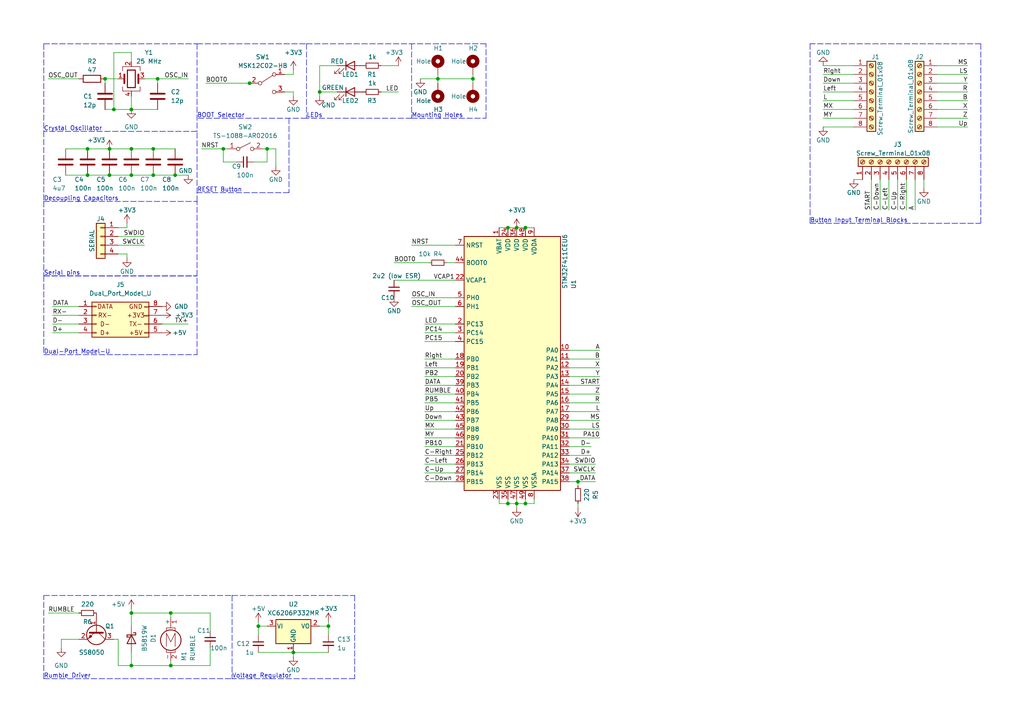
<source format=kicad_sch>
(kicad_sch (version 20211123) (generator eeschema)
  (paper "A4")
  (title_block (title "FastBox Standalone") (date "2022-07-25") (rev "1.0") (company "Sergio Dhelomme"))
  (lib_symbols
    (symbol "Connector:Screw_Terminal_01x08" (pin_names (offset 1.016) hide)
      (property "Reference" "J" (at 0 10.16 0))
      (property "Value" "Screw_Terminal_01x08" (at 0 -12.7 0))
      (symbol "Screw_Terminal_01x08_1_1"
        (rectangle (start -1.27 8.89) (end 1.27 -11.43) (stroke (width 0.254)) (fill (type background)))
        (circle (center 0 -10.16) (radius 0.635) (stroke (width 0.1524)))
        (circle (center 0 -7.62) (radius 0.635) (stroke (width 0.1524)))
        (circle (center 0 -5.08) (radius 0.635) (stroke (width 0.1524)))
        (circle (center 0 -2.54) (radius 0.635) (stroke (width 0.1524)))
        (polyline (pts (xy -0.5334 -9.8298) (xy 0.3302 -10.668)) (stroke (width 0.1524)))
        (polyline (pts (xy -0.5334 -7.2898) (xy 0.3302 -8.128)) (stroke (width 0.1524)))
        (polyline (pts (xy -0.5334 -4.7498) (xy 0.3302 -5.588)) (stroke (width 0.1524)))
        (polyline (pts (xy -0.5334 -2.2098) (xy 0.3302 -3.048)) (stroke (width 0.1524)))
        (polyline (pts (xy -0.5334 0.3302) (xy 0.3302 -0.508)) (stroke (width 0.1524)))
        (polyline (pts (xy -0.5334 2.8702) (xy 0.3302 2.032)) (stroke (width 0.1524)))
        (polyline (pts (xy -0.5334 5.4102) (xy 0.3302 4.572)) (stroke (width 0.1524)))
        (polyline (pts (xy -0.5334 7.9502) (xy 0.3302 7.112)) (stroke (width 0.1524)))
        (polyline (pts (xy -0.3556 -9.652) (xy 0.508 -10.4902)) (stroke (width 0.1524)))
        (polyline (pts (xy -0.3556 -7.112) (xy 0.508 -7.9502)) (stroke (width 0.1524)))
        (polyline (pts (xy -0.3556 -4.572) (xy 0.508 -5.4102)) (stroke (width 0.1524)))
        (polyline (pts (xy -0.3556 -2.032) (xy 0.508 -2.8702)) (stroke (width 0.1524)))
        (polyline (pts (xy -0.3556 0.508) (xy 0.508 -0.3302)) (stroke (width 0.1524)))
        (polyline (pts (xy -0.3556 3.048) (xy 0.508 2.2098)) (stroke (width 0.1524)))
        (polyline (pts (xy -0.3556 5.588) (xy 0.508 4.7498)) (stroke (width 0.1524)))
        (polyline (pts (xy -0.3556 8.128) (xy 0.508 7.2898)) (stroke (width 0.1524)))
        (circle (center 0 0) (radius 0.635) (stroke (width 0.1524)))
        (circle (center 0 2.54) (radius 0.635) (stroke (width 0.1524)))
        (circle (center 0 5.08) (radius 0.635) (stroke (width 0.1524)))
        (circle (center 0 7.62) (radius 0.635) (stroke (width 0.1524)))
        (pin passive line (at -5.08 7.62 0) (length 3.81) (name "Pin_1") (number "1"))
        (pin passive line (at -5.08 5.08 0) (length 3.81) (name "Pin_2") (number "2"))
        (pin passive line (at -5.08 2.54 0) (length 3.81) (name "Pin_3") (number "3"))
        (pin passive line (at -5.08 0 0) (length 3.81) (name "Pin_4") (number "4"))
        (pin passive line (at -5.08 -2.54 0) (length 3.81) (name "Pin_5") (number "5"))
        (pin passive line (at -5.08 -5.08 0) (length 3.81) (name "Pin_6") (number "6"))
        (pin passive line (at -5.08 -7.62 0) (length 3.81) (name "Pin_7") (number "7"))
        (pin passive line (at -5.08 -10.16 0) (length 3.81) (name "Pin_8") (number "8"))
      )
    )
    (symbol "Connector_Generic:Conn_01x04" (pin_names (offset 1.016) hide)
      (property "Reference" "J" (at 0 5.08 0))
      (property "Value" "Conn_01x04" (at 0 -7.62 0))
      (symbol "Conn_01x04_1_1"
        (rectangle (start -1.27 -4.953) (end 0 -5.207) (stroke (width 0.1524)))
        (rectangle (start -1.27 -2.413) (end 0 -2.667) (stroke (width 0.1524)))
        (rectangle (start -1.27 0.127) (end 0 -0.127) (stroke (width 0.1524)))
        (rectangle (start -1.27 2.667) (end 0 2.413) (stroke (width 0.1524)))
        (rectangle (start -1.27 3.81) (end 1.27 -6.35) (stroke (width 0.254)) (fill (type background)))
        (pin passive line (at -5.08 2.54 0) (length 3.81) (name "Pin_1") (number "1"))
        (pin passive line (at -5.08 0 0) (length 3.81) (name "Pin_2") (number "2"))
        (pin passive line (at -5.08 -2.54 0) (length 3.81) (name "Pin_3") (number "3"))
        (pin passive line (at -5.08 -5.08 0) (length 3.81) (name "Pin_4") (number "4"))
      )
    )
    (symbol "Device:C" (pin_numbers hide) (pin_names (offset 0.254))
      (property "Reference" "C" (at 0.635 2.54 0))
      (property "Value" "C" (at 0.635 -2.54 0))
      (symbol "C_0_1"
        (polyline (pts (xy -2.032 -0.762) (xy 2.032 -0.762)) (stroke (width 0.508)))
        (polyline (pts (xy -2.032 0.762) (xy 2.032 0.762)) (stroke (width 0.508)))
      )
      (symbol "C_1_1"
        (pin passive line (at 0 3.81 270) (length 2.794) (name "~") (number "1"))
        (pin passive line (at 0 -3.81 90) (length 2.794) (name "~") (number "2"))
      )
    )
    (symbol "Device:C_Small" (pin_numbers hide) (pin_names (offset 0.254) hide)
      (property "Reference" "C" (at 0.254 1.778 0))
      (property "Value" "C_Small" (at 0.254 -2.032 0))
      (symbol "C_Small_0_1"
        (polyline (pts (xy -1.524 -0.508) (xy 1.524 -0.508)) (stroke (width 0.3302)))
        (polyline (pts (xy -1.524 0.508) (xy 1.524 0.508)) (stroke (width 0.3048)))
      )
      (symbol "C_Small_1_1"
        (pin passive line (at 0 2.54 270) (length 2.032) (name "~") (number "1"))
        (pin passive line (at 0 -2.54 90) (length 2.032) (name "~") (number "2"))
      )
    )
    (symbol "Device:Crystal_GND24" (pin_names (offset 1.016) hide)
      (property "Reference" "Y" (at 3.175 5.08 0))
      (property "Value" "Crystal_GND24" (at 3.175 3.175 0))
      (symbol "Crystal_GND24_0_1"
        (rectangle (start -1.143 2.54) (end 1.143 -2.54) (stroke (width 0.3048)))
        (polyline (pts (xy -2.54 0) (xy -2.032 0)))
        (polyline (pts (xy -2.032 -1.27) (xy -2.032 1.27)) (stroke (width 0.508)))
        (polyline (pts (xy 0 -3.81) (xy 0 -3.556)))
        (polyline (pts (xy 0 3.556) (xy 0 3.81)))
        (polyline (pts (xy 2.032 -1.27) (xy 2.032 1.27)) (stroke (width 0.508)))
        (polyline (pts (xy 2.032 0) (xy 2.54 0)))
        (polyline (pts (xy -2.54 -2.286) (xy -2.54 -3.556) (xy 2.54 -3.556) (xy 2.54 -2.286)))
        (polyline (pts (xy -2.54 2.286) (xy -2.54 3.556) (xy 2.54 3.556) (xy 2.54 2.286)))
      )
      (symbol "Crystal_GND24_1_1"
        (pin passive line (at -3.81 0 0) (length 1.27) (name "1") (number "1"))
        (pin passive line (at 0 5.08 270) (length 1.27) (name "2") (number "2"))
        (pin passive line (at 3.81 0 180) (length 1.27) (name "3") (number "3"))
        (pin passive line (at 0 -5.08 90) (length 1.27) (name "4") (number "4"))
      )
    )
    (symbol "Device:D_Schottky" (pin_numbers hide) (pin_names (offset 1.016) hide)
      (property "Reference" "D" (at 0 2.54 0))
      (property "Value" "D_Schottky" (at 0 -2.54 0))
      (symbol "D_Schottky_0_1"
        (polyline (pts (xy 1.27 0) (xy -1.27 0)))
        (polyline (pts (xy 1.27 1.27) (xy 1.27 -1.27) (xy -1.27 0) (xy 1.27 1.27)) (stroke (width 0.254)))
        (polyline (pts (xy -1.905 0.635) (xy -1.905 1.27) (xy -1.27 1.27) (xy -1.27 -1.27) (xy -0.635 -1.27) (xy -0.635 -0.635)) (stroke (width 0.254)))
      )
      (symbol "D_Schottky_1_1"
        (pin passive line (at -3.81 0 0) (length 2.54) (name "K") (number "1"))
        (pin passive line (at 3.81 0 180) (length 2.54) (name "A") (number "2"))
      )
    )
    (symbol "Device:LED" (pin_numbers hide) (pin_names (offset 1.016) hide)
      (property "Reference" "D" (at 0 2.54 0))
      (property "Value" "LED" (at 0 -2.54 0))
      (symbol "LED_0_1"
        (polyline (pts (xy -1.27 -1.27) (xy -1.27 1.27)) (stroke (width 0.254)))
        (polyline (pts (xy -1.27 0) (xy 1.27 0)))
        (polyline (pts (xy 1.27 -1.27) (xy 1.27 1.27) (xy -1.27 0) (xy 1.27 -1.27)) (stroke (width 0.254)))
        (polyline (pts (xy -3.048 -0.762) (xy -4.572 -2.286) (xy -3.81 -2.286) (xy -4.572 -2.286) (xy -4.572 -1.524)))
        (polyline (pts (xy -1.778 -0.762) (xy -3.302 -2.286) (xy -2.54 -2.286) (xy -3.302 -2.286) (xy -3.302 -1.524)))
      )
      (symbol "LED_1_1"
        (pin passive line (at -3.81 0 0) (length 2.54) (name "K") (number "1"))
        (pin passive line (at 3.81 0 180) (length 2.54) (name "A") (number "2"))
      )
    )
    (symbol "Device:Q_NPN_BEC" (pin_names (offset 0) hide)
      (property "Reference" "Q" (at 5.08 1.27 0))
      (property "Value" "Q_NPN_BEC" (at 5.08 -1.27 0))
      (symbol "Q_NPN_BEC_0_1"
        (polyline (pts (xy 0.635 0.635) (xy 2.54 2.54)))
        (polyline (pts (xy 0.635 -0.635) (xy 2.54 -2.54) (xy 2.54 -2.54)))
        (polyline (pts (xy 0.635 1.905) (xy 0.635 -1.905) (xy 0.635 -1.905)) (stroke (width 0.508)))
        (polyline (pts (xy 1.27 -1.778) (xy 1.778 -1.27) (xy 2.286 -2.286) (xy 1.27 -1.778) (xy 1.27 -1.778)) (fill (type outline)))
        (circle (center 1.27 0) (radius 2.8194) (stroke (width 0.254)))
      )
      (symbol "Q_NPN_BEC_1_1"
        (pin input line (at -5.08 0 0) (length 5.715) (name "B") (number "1"))
        (pin passive line (at 2.54 -5.08 90) (length 2.54) (name "E") (number "2"))
        (pin passive line (at 2.54 5.08 270) (length 2.54) (name "C") (number "3"))
      )
    )
    (symbol "Device:R" (pin_numbers hide) (pin_names (offset 0))
      (property "Reference" "R" (at 2.032 0 90))
      (property "Value" "R" (at 0 0 90))
      (symbol "R_0_1"
        (rectangle (start -1.016 -2.54) (end 1.016 2.54) (stroke (width 0.254)))
      )
      (symbol "R_1_1"
        (pin passive line (at 0 3.81 270) (length 1.27) (name "~") (number "1"))
        (pin passive line (at 0 -3.81 90) (length 1.27) (name "~") (number "2"))
      )
    )
    (symbol "Device:R_Small" (pin_numbers hide) (pin_names (offset 0.254) hide)
      (property "Reference" "R" (at 0.762 0.508 0))
      (property "Value" "R_Small" (at 0.762 -1.016 0))
      (symbol "R_Small_0_1"
        (rectangle (start -0.762 1.778) (end 0.762 -1.778) (stroke (width 0.2032)))
      )
      (symbol "R_Small_1_1"
        (pin passive line (at 0 2.54 270) (length 0.762) (name "~") (number "1"))
        (pin passive line (at 0 -2.54 90) (length 0.762) (name "~") (number "2"))
      )
    )
    (symbol "MCU_ST_STM32F4:STM32F411CEUx"
      (property "Reference" "U" (at -15.24 36.83 0))
      (property "Value" "STM32F411CEUx" (at 7.62 36.83 0))
      (symbol "STM32F411CEUx_0_1"
        (rectangle (start -15.24 -38.1) (end 12.7 35.56) (stroke (width 0.254)) (fill (type background)))
      )
      (symbol "STM32F411CEUx_1_1"
        (pin power_in line (at -5.08 38.1 270) (length 2.54) (name "VBAT") (number "1"))
        (pin bidirectional line (at 15.24 2.54 180) (length 2.54) (name "PA0") (number "10"))
        (pin bidirectional line (at 15.24 0 180) (length 2.54) (name "PA1") (number "11"))
        (pin bidirectional line (at 15.24 -2.54 180) (length 2.54) (name "PA2") (number "12"))
        (pin bidirectional line (at 15.24 -5.08 180) (length 2.54) (name "PA3") (number "13"))
        (pin bidirectional line (at 15.24 -7.62 180) (length 2.54) (name "PA4") (number "14"))
        (pin bidirectional line (at 15.24 -10.16 180) (length 2.54) (name "PA5") (number "15"))
        (pin bidirectional line (at 15.24 -12.7 180) (length 2.54) (name "PA6") (number "16"))
        (pin bidirectional line (at 15.24 -15.24 180) (length 2.54) (name "PA7") (number "17"))
        (pin bidirectional line (at -17.78 0 0) (length 2.54) (name "PB0") (number "18"))
        (pin bidirectional line (at -17.78 -2.54 0) (length 2.54) (name "PB1") (number "19"))
        (pin bidirectional line (at -17.78 10.16 0) (length 2.54) (name "PC13") (number "2"))
        (pin bidirectional line (at -17.78 -5.08 0) (length 2.54) (name "PB2") (number "20"))
        (pin bidirectional line (at -17.78 -25.4 0) (length 2.54) (name "PB10") (number "21"))
        (pin power_in line (at -17.78 22.86 0) (length 2.54) (name "VCAP1") (number "22"))
        (pin power_in line (at -5.08 -40.64 90) (length 2.54) (name "VSS") (number "23"))
        (pin power_in line (at -2.54 38.1 270) (length 2.54) (name "VDD") (number "24"))
        (pin bidirectional line (at -17.78 -27.94 0) (length 2.54) (name "PB12") (number "25"))
        (pin bidirectional line (at -17.78 -30.48 0) (length 2.54) (name "PB13") (number "26"))
        (pin bidirectional line (at -17.78 -33.02 0) (length 2.54) (name "PB14") (number "27"))
        (pin bidirectional line (at -17.78 -35.56 0) (length 2.54) (name "PB15") (number "28"))
        (pin bidirectional line (at 15.24 -17.78 180) (length 2.54) (name "PA8") (number "29"))
        (pin bidirectional line (at -17.78 7.62 0) (length 2.54) (name "PC14") (number "3"))
        (pin bidirectional line (at 15.24 -20.32 180) (length 2.54) (name "PA9") (number "30"))
        (pin bidirectional line (at 15.24 -22.86 180) (length 2.54) (name "PA10") (number "31"))
        (pin bidirectional line (at 15.24 -25.4 180) (length 2.54) (name "PA11") (number "32"))
        (pin bidirectional line (at 15.24 -27.94 180) (length 2.54) (name "PA12") (number "33"))
        (pin bidirectional line (at 15.24 -30.48 180) (length 2.54) (name "PA13") (number "34"))
        (pin power_in line (at -2.54 -40.64 90) (length 2.54) (name "VSS") (number "35"))
        (pin power_in line (at 0 38.1 270) (length 2.54) (name "VDD") (number "36"))
        (pin bidirectional line (at 15.24 -33.02 180) (length 2.54) (name "PA14") (number "37"))
        (pin bidirectional line (at 15.24 -35.56 180) (length 2.54) (name "PA15") (number "38"))
        (pin bidirectional line (at -17.78 -7.62 0) (length 2.54) (name "PB3") (number "39"))
        (pin bidirectional line (at -17.78 5.08 0) (length 2.54) (name "PC15") (number "4"))
        (pin bidirectional line (at -17.78 -10.16 0) (length 2.54) (name "PB4") (number "40"))
        (pin bidirectional line (at -17.78 -12.7 0) (length 2.54) (name "PB5") (number "41"))
        (pin bidirectional line (at -17.78 -15.24 0) (length 2.54) (name "PB6") (number "42"))
        (pin bidirectional line (at -17.78 -17.78 0) (length 2.54) (name "PB7") (number "43"))
        (pin input line (at -17.78 27.94 0) (length 2.54) (name "BOOT0") (number "44"))
        (pin bidirectional line (at -17.78 -20.32 0) (length 2.54) (name "PB8") (number "45"))
        (pin bidirectional line (at -17.78 -22.86 0) (length 2.54) (name "PB9") (number "46"))
        (pin power_in line (at 0 -40.64 90) (length 2.54) (name "VSS") (number "47"))
        (pin power_in line (at 2.54 38.1 270) (length 2.54) (name "VDD") (number "48"))
        (pin power_in line (at 2.54 -40.64 90) (length 2.54) (name "VSS") (number "49"))
        (pin input line (at -17.78 17.78 0) (length 2.54) (name "PH0") (number "5"))
        (pin input line (at -17.78 15.24 0) (length 2.54) (name "PH1") (number "6"))
        (pin input line (at -17.78 33.02 0) (length 2.54) (name "NRST") (number "7"))
        (pin power_in line (at 5.08 -40.64 90) (length 2.54) (name "VSSA") (number "8"))
        (pin power_in line (at 5.08 38.1 270) (length 2.54) (name "VDDA") (number "9"))
      )
    )
    (symbol "Mechanical:MountingHole_Pad" (pin_numbers hide) (pin_names (offset 1.016) hide)
      (property "Reference" "H" (at 0 6.35 0))
      (property "Value" "MountingHole_Pad" (at 0 4.445 0))
      (symbol "MountingHole_Pad_0_1"
        (circle (center 0 1.27) (radius 1.27) (stroke (width 1.27)))
      )
      (symbol "MountingHole_Pad_1_1"
        (pin input line (at 0 -2.54 90) (length 2.54) (name "1") (number "1"))
      )
    )
    (symbol "Motor:Motor_DC_ALT" (pin_names (offset 0))
      (property "Reference" "M" (at 2.54 2.54 0))
      (property "Value" "Motor_DC_ALT" (at 2.54 -5.08 0))
      (symbol "Motor_DC_ALT_0_0"
        (circle (center 0 -1.524) (radius 2.9718) (stroke (width 0.254)))
        (polyline (pts (xy -1.27 -4.318) (xy -1.27 -5.08) (xy 1.27 -5.08) (xy 1.27 -4.318)))
        (polyline (pts (xy -1.27 1.27) (xy -1.27 2.032) (xy 1.27 2.032) (xy 1.27 1.27)))
        (polyline (pts (xy -1.27 -3.302) (xy -1.27 0.508) (xy 0 -2.032) (xy 1.27 0.508) (xy 1.27 -3.302)))
      )
      (symbol "Motor_DC_ALT_0_1"
        (polyline (pts (xy 0 2.032) (xy 0 2.54)))
      )
      (symbol "Motor_DC_ALT_1_1"
        (pin passive line (at 0 5.08 270) (length 2.54) (name "+") (number "1"))
        (pin passive line (at 0 -7.62 90) (length 2.54) (name "-") (number "2"))
      )
    )
    (symbol "Regulator_Linear:XC6206PxxxMR" (pin_names (offset 0.254))
      (property "Reference" "U" (at -3.81 3.175 0))
      (property "Value" "XC6206PxxxMR" (at 0 3.175 0))
      (symbol "XC6206PxxxMR_0_1"
        (rectangle (start -5.08 1.905) (end 5.08 -5.08) (stroke (width 0.254)) (fill (type background)))
      )
      (symbol "XC6206PxxxMR_1_1"
        (pin power_in line (at 0 -7.62 90) (length 2.54) (name "GND") (number "1"))
        (pin power_out line (at 7.62 0 180) (length 2.54) (name "VO") (number "2"))
        (pin power_in line (at -7.62 0 0) (length 2.54) (name "VI") (number "3"))
      )
    )
    (symbol "Sergio_library:Dual_Port_Model_U" (pin_names (offset 1.016) hide)
      (property "Reference" "J" (at 1.27 5.08 0))
      (property "Value" "Dual_Port_Model_U" (at 7.62 -7.62 0))
      (symbol "Dual_Port_Model_U_0_0"
        (text "+3V3" (at 11.43 0 0) (effects (font (size 1.27 1.27))))
        (text "+5V" (at 11.43 -5.08 0) (effects (font (size 1.27 1.27))))
        (text "D+" (at 2.54 -5.08 0) (effects (font (size 1.27 1.27))))
        (text "D-" (at 2.54 -2.54 0) (effects (font (size 1.27 1.27))))
        (text "DATA" (at 2.54 2.54 0) (effects (font (size 1.27 1.27))))
        (text "GND" (at 11.43 2.54 0) (effects (font (size 1.27 1.27))))
        (text "RX-" (at 2.54 0 0) (effects (font (size 1.27 1.27))))
        (text "TX-" (at 11.43 -2.54 0) (effects (font (size 1.27 1.27))))
      )
      (symbol "Dual_Port_Model_U_1_1"
        (rectangle (start -1.27 -4.953) (end 0 -5.207) (stroke (width 0.1524)))
        (rectangle (start -1.27 -2.413) (end 0 -2.667) (stroke (width 0.1524)))
        (rectangle (start -1.27 0.127) (end 0 -0.127) (stroke (width 0.1524)))
        (rectangle (start -1.27 2.667) (end 0 2.413) (stroke (width 0.1524)))
        (rectangle (start -1.27 3.81) (end 15.24 -6.35) (stroke (width 0.254)) (fill (type background)))
        (rectangle (start 13.97 0) (end 15.24 -0.254) (stroke (width 0.1524)))
        (rectangle (start 15.24 -4.953) (end 13.97 -5.207) (stroke (width 0.1524)))
        (rectangle (start 15.24 -2.413) (end 13.97 -2.667) (stroke (width 0.1524)))
        (rectangle (start 15.24 2.54) (end 13.97 2.286) (stroke (width 0.1524)))
        (pin passive line (at -5.08 2.54 0) (length 3.81) (name "Pin_1") (number "1"))
        (pin passive line (at -5.08 0 0) (length 3.81) (name "Pin_2") (number "2"))
        (pin passive line (at -5.08 -2.54 0) (length 3.81) (name "Pin_3") (number "3"))
        (pin passive line (at -5.08 -5.08 0) (length 3.81) (name "Pin_4") (number "4"))
        (pin power_in line (at 19.05 -5.08 180) (length 3.81) (name "Pin_5") (number "5"))
        (pin passive line (at 19.05 -2.54 180) (length 3.81) (name "Pin_6") (number "6"))
        (pin power_in line (at 19.05 0 180) (length 3.81) (name "Pin_7") (number "7"))
        (pin passive line (at 19.05 2.54 180) (length 3.81) (name "Pin_8") (number "8"))
      )
    )
    (symbol "Switch:SW_SPDT" (pin_names (offset 0) hide)
      (property "Reference" "SW" (at 0 4.318 0))
      (property "Value" "SW_SPDT" (at 0 -5.08 0))
      (symbol "SW_SPDT_0_0"
        (circle (center -2.032 0) (radius 0.508))
        (circle (center 2.032 -2.54) (radius 0.508))
      )
      (symbol "SW_SPDT_0_1"
        (polyline (pts (xy -1.524 0.254) (xy 1.651 2.286)))
        (circle (center 2.032 2.54) (radius 0.508))
      )
      (symbol "SW_SPDT_1_1"
        (pin passive line (at 5.08 2.54 180) (length 2.54) (name "A") (number "1"))
        (pin passive line (at -5.08 0 0) (length 2.54) (name "B") (number "2"))
        (pin passive line (at 5.08 -2.54 180) (length 2.54) (name "C") (number "3"))
      )
    )
    (symbol "Switch:SW_SPST" (pin_names (offset 0) hide)
      (property "Reference" "SW" (at 0 3.175 0))
      (property "Value" "SW_SPST" (at 0 -2.54 0))
      (symbol "SW_SPST_0_0"
        (circle (center -2.032 0) (radius 0.508))
        (polyline (pts (xy -1.524 0.254) (xy 1.524 1.778)))
        (circle (center 2.032 0) (radius 0.508))
      )
      (symbol "SW_SPST_1_1"
        (pin passive line (at -5.08 0 0) (length 2.54) (name "A") (number "1"))
        (pin passive line (at 5.08 0 180) (length 2.54) (name "B") (number "2"))
      )
    )
    (symbol "power:+3V3" (power) (pin_names (offset 0))
      (property "Value" "+3V3" (at 0 3.556 0))
      (symbol "+3V3_0_1"
        (polyline (pts (xy -0.762 1.27) (xy 0 2.54)))
        (polyline (pts (xy 0 0) (xy 0 2.54)))
        (polyline (pts (xy 0 2.54) (xy 0.762 1.27)))
      )
      (symbol "+3V3_1_1"
        (pin power_in line (at 0 0 90) (length 0) hide (name "+3V3") (number "1"))
      )
    )
    (symbol "power:+5V" (power) (pin_names (offset 0))
      (property "Value" "+5V" (at 0 3.556 0))
      (symbol "+5V_0_1"
        (polyline (pts (xy -0.762 1.27) (xy 0 2.54)))
        (polyline (pts (xy 0 0) (xy 0 2.54)))
        (polyline (pts (xy 0 2.54) (xy 0.762 1.27)))
      )
      (symbol "+5V_1_1"
        (pin power_in line (at 0 0 90) (length 0) hide (name "+5V") (number "1"))
      )
    )
    (symbol "power:GND" (power) (pin_names (offset 0))
      (property "Value" "GND" (at 0 -3.81 0))
      (symbol "GND_0_1"
        (polyline (pts (xy 0 0) (xy 0 -1.27) (xy 1.27 -1.27) (xy 0 -2.54) (xy -1.27 -1.27) (xy 0 -1.27)))
      )
      (symbol "GND_1_1"
        (pin power_in line (at 0 0 270) (length 0) hide (name "GND") (number "1"))
      )
    )
  )
  (junction (at 92.71 26.67))
  (junction (at 149.86 66.04))
  (junction (at 95.25 181.61))
  (junction (at 152.4 146.05))
  (junction (at 50.8 50.8))
  (junction (at 38.1 50.8))
  (junction (at 45.72 22.86))
  (junction (at 77.47 43.18))
  (junction (at 25.4 50.8))
  (junction (at 74.93 181.61))
  (junction (at 31.75 43.18))
  (junction (at 38.1 177.8))
  (junction (at 38.1 43.18))
  (junction (at 147.32 66.04))
  (junction (at 38.1 31.75))
  (junction (at 33.02 31.75))
  (junction (at 44.45 43.18))
  (junction (at 30.48 22.86))
  (junction (at 152.4 66.04))
  (junction (at 167.64 139.7))
  (junction (at 64.77 43.18))
  (junction (at 44.45 50.8))
  (junction (at 72.39 24.13))
  (junction (at 38.1 193.04))
  (junction (at 85.09 189.23))
  (junction (at 49.53 177.8))
  (junction (at 137.16 22.86))
  (junction (at 31.75 50.8))
  (junction (at 49.53 193.04))
  (junction (at 149.86 146.05))
  (junction (at 25.4 43.18))
  (junction (at 147.32 146.05))
  (junction (at 127 22.86))
  (wire (pts (xy 172.72 134.62) (xy 165.1 134.62)))
  (polyline (pts (xy 234.95 64.77) (xy 284.48 64.77)))
  (wire (pts (xy 165.1 106.68) (xy 173.99 106.68)))
  (wire (pts (xy 92.71 181.61) (xy 95.25 181.61)))
  (polyline (pts (xy 12.7 196.85) (xy 67.31 196.85)))
  (wire (pts (xy 165.1 139.7) (xy 167.64 139.7)))
  (wire (pts (xy 152.4 146.05) (xy 154.94 146.05)))
  (wire (pts (xy 127 22.86) (xy 127 24.13)))
  (wire (pts (xy 60.96 187.96) (xy 60.96 193.04)))
  (wire (pts (xy 85.09 190.5) (xy 85.09 189.23)))
  (polyline (pts (xy 88.9 12.7) (xy 119.38 12.7)))
  (wire (pts (xy 271.78 26.67) (xy 280.67 26.67)))
  (wire (pts (xy 19.05 50.8) (xy 25.4 50.8)))
  (wire (pts (xy 15.24 88.9) (xy 22.86 88.9)))
  (wire (pts (xy 31.75 50.8) (xy 38.1 50.8)))
  (wire (pts (xy 165.1 114.3) (xy 173.99 114.3)))
  (wire (pts (xy 76.2 43.18) (xy 77.47 43.18)))
  (wire (pts (xy 247.65 29.21) (xy 238.76 29.21)))
  (wire (pts (xy 247.65 26.67) (xy 238.76 26.67)))
  (wire (pts (xy 265.43 52.07) (xy 265.43 60.96)))
  (wire (pts (xy 110.49 26.67) (xy 115.57 26.67)))
  (wire (pts (xy 38.1 43.18) (xy 44.45 43.18)))
  (polyline (pts (xy 67.31 172.72) (xy 102.87 172.72)))
  (wire (pts (xy 149.86 146.05) (xy 152.4 146.05)))
  (wire (pts (xy 38.1 177.8) (xy 38.1 181.61)))
  (polyline (pts (xy 12.7 12.7) (xy 12.7 38.1)))
  (wire (pts (xy 36.83 66.04) (xy 36.83 64.77)))
  (wire (pts (xy 22.86 177.8) (xy 13.97 177.8)))
  (wire (pts (xy 165.1 119.38) (xy 173.99 119.38)))
  (wire (pts (xy 247.65 34.29) (xy 238.76 34.29)))
  (polyline (pts (xy 67.31 172.72) (xy 67.31 196.85)))
  (wire (pts (xy 45.72 22.86) (xy 54.61 22.86)))
  (wire (pts (xy 167.64 139.7) (xy 167.64 140.97)))
  (wire (pts (xy 44.45 43.18) (xy 50.8 43.18)))
  (wire (pts (xy 82.55 26.67) (xy 85.09 26.67)))
  (wire (pts (xy 64.77 46.99) (xy 68.58 46.99)))
  (polyline (pts (xy 57.15 102.87) (xy 57.15 80.01)))
  (wire (pts (xy 49.53 177.8) (xy 49.53 179.07)))
  (wire (pts (xy 271.78 34.29) (xy 280.67 34.29)))
  (polyline (pts (xy 140.97 12.7) (xy 119.38 12.7)))
  (wire (pts (xy 137.16 22.86) (xy 137.16 24.13)))
  (wire (pts (xy 34.29 66.04) (xy 36.83 66.04)))
  (wire (pts (xy 149.86 66.04) (xy 152.4 66.04)))
  (wire (pts (xy 41.91 68.58) (xy 34.29 68.58)))
  (wire (pts (xy 31.75 43.18) (xy 38.1 43.18)))
  (wire (pts (xy 92.71 26.67) (xy 97.79 26.67)))
  (wire (pts (xy 247.65 21.59) (xy 238.76 21.59)))
  (wire (pts (xy 64.77 43.18) (xy 64.77 46.99)))
  (wire (pts (xy 165.1 101.6) (xy 173.99 101.6)))
  (polyline (pts (xy 12.7 80.01) (xy 12.7 102.87)))
  (wire (pts (xy 15.24 91.44) (xy 22.86 91.44)))
  (wire (pts (xy 132.08 124.46) (xy 123.19 124.46)))
  (wire (pts (xy 38.1 27.94) (xy 38.1 31.75)))
  (wire (pts (xy 85.09 189.23) (xy 95.25 189.23)))
  (polyline (pts (xy 284.48 12.7) (xy 234.95 12.7)))
  (wire (pts (xy 13.97 22.86) (xy 22.86 22.86)))
  (wire (pts (xy 165.1 116.84) (xy 173.99 116.84)))
  (wire (pts (xy 171.45 132.08) (xy 165.1 132.08)))
  (wire (pts (xy 149.86 147.32) (xy 149.86 146.05)))
  (wire (pts (xy 267.97 52.07) (xy 267.97 54.61)))
  (wire (pts (xy 132.08 111.76) (xy 123.19 111.76)))
  (wire (pts (xy 58.42 43.18) (xy 64.77 43.18)))
  (wire (pts (xy 132.08 129.54) (xy 123.19 129.54)))
  (polyline (pts (xy 88.9 12.7) (xy 88.9 34.29)))
  (wire (pts (xy 49.53 191.77) (xy 49.53 193.04)))
  (wire (pts (xy 132.08 104.14) (xy 123.19 104.14)))
  (wire (pts (xy 80.01 43.18) (xy 80.01 48.26)))
  (wire (pts (xy 127 22.86) (xy 137.16 22.86)))
  (wire (pts (xy 132.08 137.16) (xy 123.19 137.16)))
  (wire (pts (xy 132.08 93.98) (xy 123.19 93.98)))
  (wire (pts (xy 33.02 185.42) (xy 34.29 185.42)))
  (polyline (pts (xy 119.38 34.29) (xy 88.9 34.29)))
  (wire (pts (xy 95.25 181.61) (xy 95.25 180.34)))
  (wire (pts (xy 38.1 50.8) (xy 44.45 50.8)))
  (wire (pts (xy 132.08 114.3) (xy 123.19 114.3)))
  (polyline (pts (xy 83.82 55.88) (xy 57.15 55.88)))
  (wire (pts (xy 30.48 24.13) (xy 30.48 22.86)))
  (wire (pts (xy 167.64 139.7) (xy 172.72 139.7)))
  (polyline (pts (xy 234.95 12.7) (xy 234.95 64.77)))
  (wire (pts (xy 19.05 43.18) (xy 25.4 43.18)))
  (wire (pts (xy 38.1 31.75) (xy 45.72 31.75)))
  (wire (pts (xy 152.4 66.04) (xy 154.94 66.04)))
  (wire (pts (xy 33.02 15.24) (xy 33.02 31.75)))
  (wire (pts (xy 119.38 71.12) (xy 132.08 71.12)))
  (wire (pts (xy 271.78 36.83) (xy 280.67 36.83)))
  (wire (pts (xy 41.91 22.86) (xy 45.72 22.86)))
  (wire (pts (xy 17.78 185.42) (xy 17.78 187.96)))
  (wire (pts (xy 121.92 22.86) (xy 127 22.86)))
  (wire (pts (xy 152.4 146.05) (xy 152.4 144.78)))
  (wire (pts (xy 73.66 24.13) (xy 72.39 24.13)))
  (wire (pts (xy 132.08 127) (xy 123.19 127)))
  (wire (pts (xy 22.86 185.42) (xy 17.78 185.42)))
  (wire (pts (xy 77.47 43.18) (xy 80.01 43.18)))
  (wire (pts (xy 257.81 52.07) (xy 257.81 60.96)))
  (wire (pts (xy 271.78 29.21) (xy 280.67 29.21)))
  (wire (pts (xy 262.89 52.07) (xy 262.89 60.96)))
  (wire (pts (xy 41.91 71.12) (xy 34.29 71.12)))
  (polyline (pts (xy 57.15 12.7) (xy 57.15 38.1)))
  (polyline (pts (xy 12.7 80.01) (xy 57.15 80.01)))
  (wire (pts (xy 74.93 189.23) (xy 85.09 189.23)))
  (wire (pts (xy 92.71 19.05) (xy 97.79 19.05)))
  (wire (pts (xy 25.4 43.18) (xy 31.75 43.18)))
  (polyline (pts (xy 83.82 34.29) (xy 83.82 55.88)))
  (polyline (pts (xy 12.7 172.72) (xy 67.31 172.72)))
  (wire (pts (xy 38.1 176.53) (xy 38.1 177.8)))
  (wire (pts (xy 132.08 139.7) (xy 123.19 139.7)))
  (wire (pts (xy 144.78 146.05) (xy 144.78 144.78)))
  (wire (pts (xy 165.1 121.92) (xy 173.99 121.92)))
  (wire (pts (xy 132.08 116.84) (xy 123.19 116.84)))
  (wire (pts (xy 165.1 127) (xy 173.99 127)))
  (wire (pts (xy 137.16 21.59) (xy 137.16 22.86)))
  (polyline (pts (xy 102.87 196.85) (xy 67.31 196.85)))
  (wire (pts (xy 85.09 21.59) (xy 85.09 20.32)))
  (wire (pts (xy 132.08 121.92) (xy 123.19 121.92)))
  (wire (pts (xy 30.48 31.75) (xy 33.02 31.75)))
  (wire (pts (xy 271.78 24.13) (xy 280.67 24.13)))
  (wire (pts (xy 77.47 181.61) (xy 74.93 181.61)))
  (polyline (pts (xy 284.48 12.7) (xy 284.48 64.77)))
  (wire (pts (xy 34.29 185.42) (xy 34.29 193.04)))
  (wire (pts (xy 34.29 73.66) (xy 36.83 73.66)))
  (wire (pts (xy 15.24 93.98) (xy 22.86 93.98)))
  (wire (pts (xy 49.53 177.8) (xy 60.96 177.8)))
  (wire (pts (xy 82.55 21.59) (xy 85.09 21.59)))
  (wire (pts (xy 144.78 66.04) (xy 147.32 66.04)))
  (wire (pts (xy 250.19 52.07) (xy 247.65 52.07)))
  (polyline (pts (xy 12.7 196.85) (xy 12.7 172.72)))
  (polyline (pts (xy 12.7 12.7) (xy 57.15 12.7)))
  (wire (pts (xy 260.35 52.07) (xy 260.35 60.96)))
  (wire (pts (xy 33.02 31.75) (xy 38.1 31.75)))
  (wire (pts (xy 36.83 73.66) (xy 36.83 74.93)))
  (wire (pts (xy 115.57 19.05) (xy 110.49 19.05)))
  (wire (pts (xy 132.08 96.52) (xy 123.19 96.52)))
  (wire (pts (xy 271.78 31.75) (xy 280.67 31.75)))
  (polyline (pts (xy 57.15 12.7) (xy 88.9 12.7)))
  (polyline (pts (xy 119.38 12.7) (xy 119.38 34.29)))
  (polyline (pts (xy 12.7 58.42) (xy 57.15 58.42)))
  (wire (pts (xy 54.61 93.98) (xy 46.99 93.98)))
  (polyline (pts (xy 102.87 172.72) (xy 102.87 196.85)))
  (wire (pts (xy 50.8 50.8) (xy 54.61 50.8)))
  (wire (pts (xy 165.1 124.46) (xy 173.99 124.46)))
  (wire (pts (xy 167.64 146.05) (xy 167.64 147.32)))
  (polyline (pts (xy 140.97 34.29) (xy 140.97 12.7)))
  (wire (pts (xy 247.65 31.75) (xy 238.76 31.75)))
  (wire (pts (xy 172.72 137.16) (xy 165.1 137.16)))
  (wire (pts (xy 149.86 146.05) (xy 149.86 144.78)))
  (wire (pts (xy 132.08 132.08) (xy 123.19 132.08)))
  (wire (pts (xy 154.94 146.05) (xy 154.94 144.78)))
  (wire (pts (xy 147.32 66.04) (xy 149.86 66.04)))
  (wire (pts (xy 271.78 19.05) (xy 280.67 19.05)))
  (wire (pts (xy 59.69 24.13) (xy 72.39 24.13)))
  (polyline (pts (xy 12.7 38.1) (xy 12.7 58.42)))
  (polyline (pts (xy 57.15 38.1) (xy 12.7 38.1)))
  (polyline (pts (xy 57.15 80.01) (xy 57.15 58.42)))
  (wire (pts (xy 45.72 22.86) (xy 45.72 24.13)))
  (polyline (pts (xy 12.7 58.42) (xy 12.7 80.01)))
  (wire (pts (xy 74.93 181.61) (xy 74.93 184.15)))
  (wire (pts (xy 25.4 50.8) (xy 31.75 50.8)))
  (wire (pts (xy 129.54 76.2) (xy 132.08 76.2)))
  (wire (pts (xy 60.96 182.88) (xy 60.96 177.8)))
  (wire (pts (xy 132.08 134.62) (xy 123.19 134.62)))
  (wire (pts (xy 30.48 22.86) (xy 34.29 22.86)))
  (wire (pts (xy 73.66 46.99) (xy 77.47 46.99)))
  (polyline (pts (xy 88.9 34.29) (xy 57.15 34.29)))
  (wire (pts (xy 38.1 193.04) (xy 49.53 193.04)))
  (wire (pts (xy 144.78 146.05) (xy 147.32 146.05)))
  (wire (pts (xy 119.38 88.9) (xy 132.08 88.9)))
  (wire (pts (xy 165.1 111.76) (xy 173.99 111.76)))
  (wire (pts (xy 238.76 36.83) (xy 247.65 36.83)))
  (wire (pts (xy 132.08 99.06) (xy 123.19 99.06)))
  (wire (pts (xy 49.53 177.8) (xy 38.1 177.8)))
  (wire (pts (xy 132.08 106.68) (xy 123.19 106.68)))
  (wire (pts (xy 271.78 21.59) (xy 280.67 21.59)))
  (wire (pts (xy 60.96 193.04) (xy 49.53 193.04)))
  (wire (pts (xy 119.38 86.36) (xy 132.08 86.36)))
  (polyline (pts (xy 12.7 80.01) (xy 57.15 80.01)))
  (wire (pts (xy 34.29 193.04) (xy 38.1 193.04)))
  (wire (pts (xy 114.3 76.2) (xy 124.46 76.2)))
  (wire (pts (xy 95.25 181.61) (xy 95.25 184.15)))
  (wire (pts (xy 247.65 24.13) (xy 238.76 24.13)))
  (wire (pts (xy 132.08 109.22) (xy 123.19 109.22)))
  (wire (pts (xy 85.09 26.67) (xy 85.09 27.94)))
  (wire (pts (xy 247.65 19.05) (xy 238.76 19.05)))
  (wire (pts (xy 127 21.59) (xy 127 22.86)))
  (wire (pts (xy 252.73 52.07) (xy 252.73 60.96)))
  (wire (pts (xy 44.45 50.8) (xy 50.8 50.8)))
  (wire (pts (xy 147.32 146.05) (xy 149.86 146.05)))
  (wire (pts (xy 132.08 119.38) (xy 123.19 119.38)))
  (wire (pts (xy 74.93 180.34) (xy 74.93 181.61)))
  (polyline (pts (xy 119.38 34.29) (xy 140.97 34.29)))
  (wire (pts (xy 147.32 144.78) (xy 147.32 146.05)))
  (wire (pts (xy 38.1 17.78) (xy 38.1 15.24)))
  (wire (pts (xy 92.71 27.94) (xy 92.71 26.67)))
  (wire (pts (xy 171.45 129.54) (xy 165.1 129.54)))
  (wire (pts (xy 38.1 193.04) (xy 38.1 189.23)))
  (wire (pts (xy 114.3 81.28) (xy 132.08 81.28)))
  (wire (pts (xy 255.27 60.96) (xy 255.27 52.07)))
  (wire (pts (xy 15.24 96.52) (xy 22.86 96.52)))
  (wire (pts (xy 92.71 19.05) (xy 92.71 26.67)))
  (polyline (pts (xy 12.7 102.87) (xy 57.15 102.87)))
  (wire (pts (xy 77.47 46.99) (xy 77.47 43.18)))
  (wire (pts (xy 38.1 15.24) (xy 33.02 15.24)))
  (polyline (pts (xy 57.15 58.42) (xy 57.15 38.1)))
  (wire (pts (xy 165.1 109.22) (xy 173.99 109.22)))
  (wire (pts (xy 165.1 104.14) (xy 173.99 104.14)))
  (wire (pts (xy 64.77 43.18) (xy 66.04 43.18)))
  (text "LEDs" (at 88.9 34.29 0) (effects (font (size 1.27 1.27)) (justify left bottom)))
  (text "Decoupling Capacitors" (at 12.7 58.42 0) (effects (font (size 1.27 1.27)) (justify left bottom)))
  (text "RESET Button" (at 57.15 55.88 0) (effects (font (size 1.27 1.27)) (justify left bottom)))
  (text "Voltage Regulator\n" (at 67.31 196.85 0) (effects (font (size 1.27 1.27)) (justify left bottom)))
  (text "Mounting Holes" (at 119.38 34.29 0) (effects (font (size 1.27 1.27)) (justify left bottom)))
  (text "Crystal Oscillator" (at 12.7 38.1 0) (effects (font (size 1.27 1.27)) (justify left bottom)))
  (text "Dual-Port Model-U" (at 12.7 102.87 0) (effects (font (size 1.27 1.27)) (justify left bottom)))
  (text "BOOT Selector" (at 57.15 34.29 0) (effects (font (size 1.27 1.27)) (justify left bottom)))
  (text "Button Input Terminal Blocks" (at 234.95 64.77 0) (effects (font (size 1.27 1.27)) (justify left bottom)))
  (text "Rumble Driver" (at 12.7 196.85 0) (effects (font (size 1.27 1.27)) (justify left bottom)))
  (text "Serial pins\n" (at 12.7 80.01 0) (effects (font (size 1.27 1.27)) (justify left bottom)))
  (label "LS" (at 173.99 124.46 180))
  (label "X" (at 280.67 31.75 180))
  (label "SWDIO" (at 172.72 134.62 180))
  (label "PC14" (at 123.19 96.52 0))
  (label "C-Down" (at 123.19 139.7 0))
  (label "Y" (at 173.99 109.22 180))
  (label "R" (at 173.99 116.84 180))
  (label "B" (at 173.99 104.14 180))
  (label "MX" (at 238.76 31.75 0))
  (label "C-Right" (at 123.19 132.08 0))
  (label "D+" (at 171.45 132.08 180))
  (label "Z" (at 173.99 114.3 180))
  (label "TX+" (at 54.61 93.98 180))
  (label "X" (at 173.99 106.68 180))
  (label "BOOT0" (at 59.69 24.13 0))
  (label "Up" (at 123.19 119.38 0))
  (label "D+" (at 15.24 96.52 0))
  (label "C-Left" (at 257.81 60.96 90))
  (label "PB10" (at 123.19 129.54 0))
  (label "PB5" (at 123.19 116.84 0))
  (label "PB2" (at 123.19 109.22 0))
  (label "Right" (at 123.19 104.14 0))
  (label "A" (at 173.99 101.6 180))
  (label "C-Right" (at 262.89 60.96 90))
  (label "MY" (at 238.76 34.29 0))
  (label "Z" (at 280.67 34.29 180))
  (label "START" (at 252.73 60.96 90))
  (label "PC15" (at 123.19 99.06 0))
  (label "NRST" (at 119.38 71.12 0))
  (label "MS" (at 173.99 121.92 180))
  (label "Right" (at 238.76 21.59 0))
  (label "LS" (at 280.67 21.59 180))
  (label "Down" (at 238.76 24.13 0))
  (label "C-Down" (at 255.27 60.96 90))
  (label "NRST" (at 58.42 43.18 0))
  (label "C-Left" (at 123.19 134.62 0))
  (label "DATA" (at 172.72 139.7 180))
  (label "SWCLK" (at 41.91 71.12 180))
  (label "Left" (at 123.19 106.68 0))
  (label "R" (at 280.67 26.67 180))
  (label "OSC_IN" (at 119.38 86.36 0))
  (label "SWDIO" (at 41.91 68.58 180))
  (label "B" (at 280.67 29.21 180))
  (label "Up" (at 280.67 36.83 180))
  (label "LED" (at 123.19 93.98 0))
  (label "Left" (at 238.76 26.67 0))
  (label "RUMBLE" (at 123.19 114.3 0))
  (label "RUMBLE" (at 13.97 177.8 0))
  (label "DATA" (at 123.19 111.76 0))
  (label "A" (at 265.43 60.96 90))
  (label "VCAP1" (at 125.73 81.28 0))
  (label "L" (at 173.99 119.38 180))
  (label "C-Up" (at 123.19 137.16 0))
  (label "C-Up" (at 260.35 60.96 90))
  (label "RX-" (at 15.24 91.44 0))
  (label "MS" (at 280.67 19.05 180))
  (label "L" (at 238.76 29.21 0))
  (label "D-" (at 15.24 93.98 0))
  (label "LED" (at 115.57 26.67 180))
  (label "MY" (at 123.19 127 0))
  (label "OSC_OUT" (at 13.97 22.86 0))
  (label "SWCLK" (at 172.72 137.16 180))
  (label "MX" (at 123.19 124.46 0))
  (label "PA10" (at 173.99 127 180))
  (label "OSC_IN" (at 54.61 22.86 180))
  (label "BOOT0" (at 114.3 76.2 0))
  (label "Down" (at 123.19 121.92 0))
  (label "DATA" (at 15.24 88.9 0))
  (label "D-" (at 171.45 129.54 180))
  (label "Y" (at 280.67 24.13 180))
  (label "OSC_OUT" (at 119.38 88.9 0))
  (label "START" (at 173.99 111.76 180))
  (symbol (lib_id "Device:C") (at 45.72 27.94 0) (unit 1)
    (property "Reference" "C2" (at 49.53 26.6699 0) (effects (justify left)))
    (property "Value" "12p" (at 49.53 29.2099 0) (effects (justify left)))
    (property "Footprint" "Capacitor_SMD:C_0402_1005Metric_Pad0.74x0.62mm_HandSolder" (effects hide))
    (property "JLBPCB part #" "C1547" (effects hide))
    (property "LCSC part #" "C1547" (effects hide))
  )
  (symbol (lib_id "power:GND") (at 80.01 48.26 0) (unit 1)
    (property "Reference" "#PWR010" (effects hide))
    (property "Value" "GND" (at 80.01 52.07 0))
  )
  (symbol (lib_id "Device:C") (at 19.05 46.99 0) (unit 1)
    (property "Reference" "C3" (at 15.24 52.07 0) (effects (justify left)))
    (property "Value" "4u7" (at 15.24 54.61 0) (effects (justify left)))
    (property "Footprint" "Capacitor_SMD:C_0805_2012Metric" (effects hide))
    (property "JLBPCB part #" "C1779" (effects hide))
    (property "LCSC part #" "C1779" (effects hide))
  )
  (symbol (lib_id "power:GND") (at 85.09 27.94 0) (unit 1)
    (property "Reference" "#PWR05" (effects hide))
    (property "Value" "GND" (at 85.09 31.75 0))
  )
  (symbol (lib_id "Device:R") (at 26.67 22.86 90) (unit 1)
    (property "Reference" "R2" (at 26.67 17.78 90))
    (property "Value" "47" (at 26.67 20.32 90))
    (property "Footprint" "Resistor_SMD:R_0402_1005Metric" (effects hide))
    (property "JLBPCB part #" "C25118" (effects hide))
  )
  (symbol (lib_id "power:+3V3") (at 85.09 20.32 0) (unit 1)
    (property "Reference" "#PWR03" (effects hide))
    (property "Value" "+3V3" (at 85.09 15.24 0))
  )
  (symbol (lib_id "power:+5V") (at 46.99 96.52 270) (mirror x) (unit 1)
    (property "Reference" "#PWR020" (effects hide))
    (property "Value" "+5V" (at 52.07 96.52 90))
  )
  (symbol (lib_id "power:GND") (at 46.99 88.9 90) (mirror x) (unit 1)
    (property "Reference" "#PWR018" (effects hide))
    (property "Value" "GND" (at 54.61 88.9 90) (effects (justify left)))
  )
  (symbol (lib_id "Switch:SW_SPDT") (at 77.47 24.13 0) (unit 1)
    (property "Reference" "SW1" (at 76.2 16.51 0))
    (property "Value" "MSK12C02-HB" (at 76.2 19.05 0))
    (property "Footprint" "Button_Switch_SMD:SW_SPDT_PCM12" (effects hide))
    (property "JLBPCB part #" "C431541" (effects hide))
  )
  (symbol (lib_id "Device:LED") (at 101.6 19.05 0) (unit 1)
    (property "Reference" "LED1" (at 101.6 21.59 0))
    (property "Value" "RED" (at 97.79 17.78 0))
    (property "Footprint" "LED_SMD:LED_0603_1608Metric" (effects hide))
    (property "JLBPCB part #" "C84263" (effects hide))
  )
  (symbol (lib_id "Connector:Screw_Terminal_01x08") (at 252.73 26.67 0) (unit 1)
    (property "Reference" "J1" (at 252.73 16.51 0) (effects (justify left)))
    (property "Value" "Screw_Terminal_01x08" (at 255.27 39.37 90) (effects (justify left)))
    (property "Footprint" "TerminalBlock_Phoenix:TerminalBlock_Phoenix_MPT-0,5-8-2.54_1x08_P2.54mm_Horizontal" (effects hide))
  )
  (symbol (lib_id "power:GND") (at 121.92 22.86 0) (unit 1)
    (property "Reference" "#PWR04" (effects hide))
    (property "Value" "GND" (at 121.92 26.67 0))
  )
  (symbol (lib_id "Device:C") (at 44.45 46.99 0) (unit 1)
    (property "Reference" "C7" (at 40.64 52.07 0) (effects (justify left)))
    (property "Value" "100n" (at 40.64 54.61 0) (effects (justify left)))
    (property "Footprint" "Capacitor_SMD:C_0402_1005Metric_Pad0.74x0.62mm_HandSolder" (effects hide))
    (property "JLBPCB part #" "C307331" (effects hide))
    (property "LCSC part #" "C307331" (effects hide))
  )
  (symbol (lib_id "Device:C") (at 25.4 46.99 0) (unit 1)
    (property "Reference" "C4" (at 21.59 52.07 0) (effects (justify left)))
    (property "Value" "100n" (at 21.59 54.61 0) (effects (justify left)))
    (property "Footprint" "Capacitor_SMD:C_0402_1005Metric_Pad0.74x0.62mm_HandSolder" (effects hide))
    (property "JLBPCB part #" "C307331" (effects hide))
    (property "LCSC part #" "C307331" (effects hide))
  )
  (symbol (lib_id "Device:C_Small") (at 71.12 46.99 90) (unit 1)
    (property "Reference" "C9" (at 68.58 48.26 90))
    (property "Value" "100n" (at 71.12 50.8 90))
    (property "Footprint" "Capacitor_SMD:C_0402_1005Metric_Pad0.74x0.62mm_HandSolder" (effects hide))
    (property "JLBPCB part #" "C307331" (effects hide))
  )
  (symbol (lib_id "power:GND") (at 114.3 86.36 0) (unit 1)
    (property "Reference" "#PWR016" (effects hide))
    (property "Value" "GND" (at 114.3 90.17 0))
  )
  (symbol (lib_id "power:GND") (at 238.76 19.05 0) (mirror x) (unit 1)
    (property "Reference" "#PWR02" (effects hide))
    (property "Value" "GND" (at 238.76 15.24 0))
  )
  (symbol (lib_id "Device:C") (at 38.1 46.99 0) (unit 1)
    (property "Reference" "C6" (at 34.29 52.07 0) (effects (justify left)))
    (property "Value" "100n" (at 34.29 54.61 0) (effects (justify left)))
    (property "Footprint" "Capacitor_SMD:C_0402_1005Metric_Pad0.74x0.62mm_HandSolder" (effects hide))
    (property "JLBPCB part #" "C307331" (effects hide))
    (property "LCSC part #" "C307331" (effects hide))
  )
  (symbol (lib_id "power:GND") (at 92.71 27.94 0) (unit 1)
    (property "Reference" "#PWR06" (effects hide))
    (property "Value" "GND" (at 95.25 30.48 0))
  )
  (symbol (lib_id "Device:R_Small") (at 107.95 19.05 90) (unit 1)
    (property "Reference" "R1" (at 109.22 21.59 90) (effects (justify left)))
    (property "Value" "1k" (at 109.22 16.51 90) (effects (justify left)))
    (property "Footprint" "Resistor_SMD:R_0603_1608Metric" (effects hide))
    (property "JLBPCB part #" "C328340" (effects hide))
  )
  (symbol (lib_id "power:+5V") (at 38.1 176.53 0) (unit 1)
    (property "Reference" "#PWR023" (effects hide))
    (property "Value" "+5V" (at 34.29 175.26 0))
  )
  (symbol (lib_id "Device:LED") (at 101.6 26.67 0) (unit 1)
    (property "Reference" "LED2" (at 101.6 29.21 0))
    (property "Value" "GREEN" (at 96.52 25.4 0))
    (property "Footprint" "LED_SMD:LED_0603_1608Metric" (effects hide))
    (property "JLBPCB part #" "C72043" (effects hide))
  )
  (symbol (lib_id "Device:C_Small") (at 60.96 185.42 0) (unit 1)
    (property "Reference" "C11" (at 57.15 182.88 0) (effects (justify left)))
    (property "Value" "100n" (at 60.96 187.96 0) (effects (justify left)))
    (property "Footprint" "Capacitor_SMD:C_0402_1005Metric_Pad0.74x0.62mm_HandSolder" (effects hide))
    (property "JLBPCB part #" "C307331" (effects hide))
  )
  (symbol (lib_id "Device:D_Schottky") (at 38.1 185.42 270) (unit 1)
    (property "Reference" "D1" (at 44.45 185.1025 0))
    (property "Value" "B5819W" (at 41.91 185.1025 0))
    (property "Footprint" "Diode_SMD:D_SOD-123" (effects hide))
    (property "JLBPCB part #" "C8598" (effects hide))
  )
  (symbol (lib_id "MCU_ST_STM32F4:STM32F411CEUx") (at 149.86 104.14 0) (unit 1)
    (property "Reference" "U1" (at 166.37 83.82 90) (effects (justify left)))
    (property "Value" "STM32F411CEU6" (at 163.83 83.82 90) (effects (justify left)))
    (property "Footprint" "Package_DFN_QFN:QFN-48-1EP_7x7mm_P0.5mm_EP5.6x5.6mm" (effects hide))
    (property "Datasheet" "http://www.st.com/st-web-ui/static/active/en/resource/technical/document/datasheet/DM00115249.pdf" (effects hide))
    (property "JLBPCB part #" "-" (effects hide))
  )
  (symbol (lib_id "power:+3V3") (at 115.57 19.05 0) (unit 1)
    (property "Reference" "#PWR01" (effects hide))
    (property "Value" "+3V3" (at 114.3 15.24 0))
  )
  (symbol (lib_id "Motor:Motor_DC_ALT") (at 49.53 184.15 0) (unit 1)
    (property "Reference" "M1" (at 53.34 191.77 90) (effects (justify left)))
    (property "Value" "RUMBLE" (at 55.88 191.77 90) (effects (justify left)))
    (property "Footprint" "TerminalBlock_Phoenix:TerminalBlock_Phoenix_MPT-0,5-2-2.54_1x02_P2.54mm_Horizontal" (effects hide))
    (property "JLBPCB part #" "-" (effects hide))
  )
  (symbol (lib_id "Device:C_Small") (at 95.25 186.69 0) (unit 1)
    (property "Reference" "C13" (at 97.79 185.4262 0) (effects (justify left)))
    (property "Value" "1u" (at 97.79 187.9662 0) (effects (justify left)))
    (property "Footprint" "Capacitor_SMD:C_0603_1608Metric" (effects hide))
    (property "JLBPCB part #" "C15849" (effects hide))
  )
  (symbol (lib_id "Device:Crystal_GND24") (at 38.1 22.86 0) (unit 1)
    (property "Reference" "Y1" (at 43.18 15.24 0))
    (property "Value" "25 MHz" (at 43.18 17.78 0))
    (property "Footprint" "Crystal:Crystal_SMD_3225-4Pin_3.2x2.5mm" (effects hide))
    (property "JLBPCB part #" "C9006" (effects hide))
  )
  (symbol (lib_id "Mechanical:MountingHole_Pad") (at 137.16 26.67 0) (mirror x) (unit 1)
    (property "Reference" "H4" (at 135.89 31.75 0) (effects (justify left)))
    (property "Value" "Hole" (at 130.81 27.94 0) (effects (justify left)))
    (property "Footprint" "MountingHole:MountingHole_4.3mm_M4_Pad" (effects hide))
    (property "JLBPCB part #" "-" (effects hide))
  )
  (symbol (lib_id "power:+5V") (at 74.93 180.34 0) (unit 1)
    (property "Reference" "#PWR024" (effects hide))
    (property "Value" "+5V" (at 74.93 176.53 0))
  )
  (symbol (lib_id "power:GND") (at 238.76 36.83 0) (unit 1)
    (property "Reference" "#PWR08" (effects hide))
    (property "Value" "GND" (at 238.76 40.64 0))
  )
  (symbol (lib_id "power:+3V3") (at 36.83 64.77 0) (unit 1)
    (property "Reference" "#PWR015" (effects hide))
    (property "Value" "+3V3" (at 36.83 60.96 0))
  )
  (symbol (lib_id "power:GND") (at 38.1 31.75 0) (unit 1)
    (property "Reference" "#PWR07" (effects hide))
    (property "Value" "GND" (at 38.1 36.83 0))
  )
  (symbol (lib_id "Device:C_Small") (at 74.93 186.69 0) (unit 1)
    (property "Reference" "C12" (at 68.58 186.69 0) (effects (justify left)))
    (property "Value" "1u" (at 71.12 189.23 0) (effects (justify left)))
    (property "Footprint" "Capacitor_SMD:C_0603_1608Metric" (effects hide))
    (property "JLBPCB part #" "C15849" (effects hide))
  )
  (symbol (lib_id "power:GND") (at 85.09 190.5 0) (unit 1)
    (property "Reference" "#PWR027" (effects hide))
    (property "Value" "GND" (at 85.09 194.31 0))
  )
  (symbol (lib_id "power:+3V3") (at 31.75 43.18 0) (unit 1)
    (property "Reference" "#PWR09" (effects hide))
    (property "Value" "+3V3" (at 27.94 40.64 0))
  )
  (symbol (lib_id "Mechanical:MountingHole_Pad") (at 137.16 19.05 0) (unit 1)
    (property "Reference" "H2" (at 135.89 13.97 0) (effects (justify left)))
    (property "Value" "Hole" (at 130.81 17.78 0) (effects (justify left)))
    (property "Footprint" "MountingHole:MountingHole_4.3mm_M4_Pad" (effects hide))
    (property "JLBPCB part #" "-" (effects hide))
  )
  (symbol (lib_id "Connector_Generic:Conn_01x04") (at 29.21 68.58 0) (mirror y) (unit 1)
    (property "Reference" "J4" (at 29.21 63.5 0))
    (property "Value" "SERIAL" (at 26.67 69.85 90))
    (property "Footprint" "Connector_PinHeader_2.54mm:PinHeader_1x04_P2.54mm_Horizontal" (effects hide))
    (property "JLBPCB part #" "-" (effects hide))
  )
  (symbol (lib_id "Switch:SW_SPST") (at 71.12 43.18 0) (unit 1)
    (property "Reference" "SW2" (at 71.12 36.83 0))
    (property "Value" "TS-1088-AR02016" (at 71.12 39.37 0))
    (property "Footprint" "Button_Switch_SMD:SW_Push_SPST_NO_Alps_SKRK" (effects hide))
    (property "JLBPCB part #" "C720477" (effects hide))
  )
  (symbol (lib_id "power:GND") (at 247.65 52.07 0) (unit 1)
    (property "Reference" "#PWR013" (effects hide))
    (property "Value" "GND" (at 247.65 55.88 0))
  )
  (symbol (lib_id "Device:C") (at 31.75 46.99 0) (unit 1)
    (property "Reference" "C5" (at 27.94 52.07 0) (effects (justify left)))
    (property "Value" "100n" (at 27.94 54.61 0) (effects (justify left)))
    (property "Footprint" "Capacitor_SMD:C_0402_1005Metric_Pad0.74x0.62mm_HandSolder" (effects hide))
    (property "JLBPCB part #" "C307331" (effects hide))
    (property "LCSC part #" "C307331" (effects hide))
  )
  (symbol (lib_id "power:GND") (at 36.83 74.93 0) (unit 1)
    (property "Reference" "#PWR017" (effects hide))
    (property "Value" "GND" (at 36.83 78.74 0))
  )
  (symbol (lib_id "power:+3V3") (at 46.99 91.44 270) (mirror x) (unit 1)
    (property "Reference" "#PWR019" (effects hide))
    (property "Value" "+3V3" (at 50.8 91.4399 90) (effects (justify left)))
  )
  (symbol (lib_id "Connector:Screw_Terminal_01x08") (at 266.7 26.67 0) (mirror y) (unit 1)
    (property "Reference" "J2" (at 266.7 16.51 0))
    (property "Value" "Screw_Terminal_01x08" (at 264.16 27.94 90))
    (property "Footprint" "TerminalBlock_Phoenix:TerminalBlock_Phoenix_MPT-0,5-8-2.54_1x08_P2.54mm_Horizontal" (effects hide))
  )
  (symbol (lib_id "Sergio_library:Dual_Port_Model_U") (at 27.94 91.44 0) (unit 1)
    (property "Reference" "J5" (at 34.925 82.55 0))
    (property "Value" "Dual_Port_Model_U" (at 34.925 85.09 0))
    (property "Footprint" "Sergio_footprints:Dual_Port_Model_U" (effects hide))
  )
  (symbol (lib_id "Regulator_Linear:XC6206PxxxMR") (at 85.09 181.61 0) (unit 1)
    (property "Reference" "U2" (at 85.09 175.26 0))
    (property "Value" "XC6206P332MR" (at 85.09 177.8 0))
    (property "Footprint" "Package_TO_SOT_SMD:SOT-23" (effects hide))
    (property "Datasheet" "https://www.torexsemi.com/file/xc6206/XC6206.pdf" (effects hide))
    (property "JLBPCB part #" "C5446" (effects hide))
  )
  (symbol (lib_id "Device:C_Small") (at 114.3 83.82 0) (unit 1)
    (property "Reference" "C10" (at 110.49 86.36 0) (effects (justify left)))
    (property "Value" "2u2 (low ESR)" (at 107.95 80.01 0) (effects (justify left)))
    (property "Footprint" "Capacitor_SMD:C_0603_1608Metric" (effects hide))
    (property "JLBPCB part #" "C23630" (effects hide))
    (property "LCSC part #" "C23630" (effects hide))
  )
  (symbol (lib_id "Mechanical:MountingHole_Pad") (at 127 26.67 0) (mirror x) (unit 1)
    (property "Reference" "H3" (at 125.73 31.75 0) (effects (justify left)))
    (property "Value" "Hole" (at 120.65 29.21 0) (effects (justify left)))
    (property "Footprint" "MountingHole:MountingHole_4.3mm_M4_Pad" (effects hide))
    (property "JLBPCB part #" "-" (effects hide))
  )
  (symbol (lib_id "Device:R_Small") (at 167.64 143.51 0) (mirror x) (unit 1)
    (property "Reference" "R5" (at 172.72 143.51 90))
    (property "Value" "220" (at 170.18 143.51 90))
    (property "Footprint" "Resistor_SMD:R_0603_1608Metric" (effects hide))
    (property "JLBPCB part #" "C22962" (effects hide))
  )
  (symbol (lib_id "Mechanical:MountingHole_Pad") (at 127 19.05 0) (unit 1)
    (property "Reference" "H1" (at 125.73 13.97 0) (effects (justify left)))
    (property "Value" "Hole" (at 120.65 17.78 0) (effects (justify left)))
    (property "Footprint" "MountingHole:MountingHole_4.3mm_M4_Pad" (effects hide))
    (property "JLBPCB part #" "-" (effects hide))
  )
  (symbol (lib_id "Device:C") (at 30.48 27.94 0) (unit 1)
    (property "Reference" "C1" (at 24.13 27.94 0) (effects (justify left)))
    (property "Value" "12p" (at 24.13 30.48 0) (effects (justify left)))
    (property "Footprint" "Capacitor_SMD:C_0402_1005Metric_Pad0.74x0.62mm_HandSolder" (effects hide))
    (property "JLBPCB part #" "C1547" (effects hide))
    (property "LCSC part #" "C1547" (effects hide))
  )
  (symbol (lib_id "Connector:Screw_Terminal_01x08") (at 257.81 46.99 90) (unit 1)
    (property "Reference" "J3" (at 260.35 41.91 90))
    (property "Value" "Screw_Terminal_01x08" (at 259.08 44.45 90))
    (property "Footprint" "TerminalBlock_Phoenix:TerminalBlock_Phoenix_MPT-0,5-8-2.54_1x08_P2.54mm_Horizontal" (effects hide))
  )
  (symbol (lib_id "power:+3V3") (at 167.64 147.32 0) (mirror x) (unit 1)
    (property "Reference" "#PWR022" (effects hide))
    (property "Value" "+3V3" (at 170.18 151.13 0) (effects (justify right)))
  )
  (symbol (lib_id "power:+3V3") (at 95.25 180.34 0) (unit 1)
    (property "Reference" "#PWR025" (effects hide))
    (property "Value" "+3V3" (at 95.25 176.53 0))
  )
  (symbol (lib_id "power:GND") (at 17.78 187.96 0) (unit 1)
    (property "Reference" "#PWR026" (effects hide))
    (property "Value" "GND" (at 17.78 193.04 0))
  )
  (symbol (lib_id "Device:R_Small") (at 127 76.2 270) (unit 1)
    (property "Reference" "R4" (at 127 73.66 90))
    (property "Value" "10k" (at 123.19 73.66 90))
    (property "Footprint" "Resistor_SMD:R_0402_1005Metric" (effects hide))
    (property "JLBPCB part #" "C25744" (effects hide))
  )
  (symbol (lib_id "Device:Q_NPN_BEC") (at 27.94 182.88 270) (unit 1)
    (property "Reference" "Q1" (at 30.48 181.61 90) (effects (justify left)))
    (property "Value" "SS8050" (at 22.86 189.23 90) (effects (justify left)))
    (property "Footprint" "Package_TO_SOT_SMD:SOT-23" (effects hide))
    (property "JLBPCB part #" "C2150" (effects hide))
  )
  (symbol (lib_id "power:GND") (at 267.97 54.61 0) (unit 1)
    (property "Reference" "#PWR014" (effects hide))
    (property "Value" "GND" (at 267.97 58.42 0))
  )
  (symbol (lib_id "power:GND") (at 149.86 147.32 0) (unit 1)
    (property "Reference" "#PWR021" (effects hide))
    (property "Value" "GND" (at 149.86 151.13 0))
  )
  (symbol (lib_id "power:GND") (at 54.61 50.8 0) (unit 1)
    (property "Reference" "#PWR011" (effects hide))
    (property "Value" "GND" (at 55.88 49.53 0) (effects (justify right)))
  )
  (symbol (lib_id "power:+3V3") (at 149.86 66.04 0) (unit 1)
    (property "Reference" "#PWR012" (effects hide))
    (property "Value" "+3V3" (at 149.86 60.96 0))
  )
  (symbol (lib_id "Device:R_Small") (at 107.95 26.67 90) (unit 1)
    (property "Reference" "R3" (at 109.22 29.21 90) (effects (justify left)))
    (property "Value" "1k" (at 109.22 24.13 90) (effects (justify left)))
    (property "Footprint" "Resistor_SMD:R_0603_1608Metric" (effects hide))
    (property "JLBPCB part #" "C328340" (effects hide))
  )
  (symbol (lib_id "Device:C") (at 50.8 46.99 0) (unit 1)
    (property "Reference" "C8" (at 46.99 52.07 0) (effects (justify left)))
    (property "Value" "100n" (at 46.99 54.61 0) (effects (justify left)))
    (property "Footprint" "Capacitor_SMD:C_0402_1005Metric_Pad0.74x0.62mm_HandSolder" (effects hide))
    (property "JLBPCB part #" "C307331" (effects hide))
    (property "LCSC part #" "C307331" (effects hide))
  )
  (symbol (lib_id "Device:R_Small") (at 25.4 177.8 90) (unit 1)
    (property "Reference" "R6" (at 25.4 180.34 90))
    (property "Value" "220" (at 25.4 175.26 90))
    (property "Footprint" "Resistor_SMD:R_0603_1608Metric" (effects hide))
    (property "JLBPCB part #" "C22962" (effects hide))
  )
)
</source>
